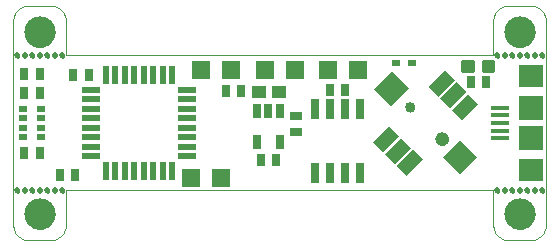
<source format=gts>
G75*
%MOIN*%
%OFA0B0*%
%FSLAX24Y24*%
%IPPOS*%
%LPD*%
%AMOC8*
5,1,8,0,0,1.08239X$1,22.5*
%
%ADD10C,0.0000*%
%ADD11C,0.1040*%
%ADD12C,0.0190*%
%ADD13R,0.0768X0.0473*%
%ADD14R,0.0827X0.0788*%
%ADD15C,0.0335*%
%ADD16C,0.0453*%
%ADD17R,0.0591X0.0178*%
%ADD18R,0.0788X0.0749*%
%ADD19R,0.0788X0.0788*%
%ADD20R,0.0276X0.0650*%
%ADD21R,0.0257X0.0512*%
%ADD22C,0.0130*%
%ADD23R,0.0640X0.0640*%
%ADD24R,0.0316X0.0237*%
%ADD25R,0.0473X0.0434*%
%ADD26R,0.0316X0.0394*%
%ADD27R,0.0394X0.0316*%
%ADD28R,0.0316X0.0217*%
%ADD29R,0.0237X0.0611*%
%ADD30R,0.0611X0.0237*%
D10*
X004943Y002737D02*
X005693Y002737D01*
X005737Y002739D01*
X005780Y002745D01*
X005822Y002754D01*
X005864Y002767D01*
X005904Y002784D01*
X005943Y002804D01*
X005980Y002827D01*
X006014Y002854D01*
X006047Y002883D01*
X006076Y002916D01*
X006103Y002950D01*
X006126Y002987D01*
X006146Y003026D01*
X006163Y003066D01*
X006176Y003108D01*
X006185Y003150D01*
X006191Y003193D01*
X006193Y003237D01*
X006193Y004393D01*
X020443Y004393D01*
X020443Y003237D01*
X020445Y003193D01*
X020451Y003150D01*
X020460Y003108D01*
X020473Y003066D01*
X020490Y003026D01*
X020510Y002987D01*
X020533Y002950D01*
X020560Y002916D01*
X020589Y002883D01*
X020622Y002854D01*
X020656Y002827D01*
X020693Y002804D01*
X020732Y002784D01*
X020772Y002767D01*
X020814Y002754D01*
X020856Y002745D01*
X020899Y002739D01*
X020943Y002737D01*
X021693Y002737D01*
X021737Y002739D01*
X021780Y002745D01*
X021822Y002754D01*
X021864Y002767D01*
X021904Y002784D01*
X021943Y002804D01*
X021980Y002827D01*
X022014Y002854D01*
X022047Y002883D01*
X022076Y002916D01*
X022103Y002950D01*
X022126Y002987D01*
X022146Y003026D01*
X022163Y003066D01*
X022176Y003108D01*
X022185Y003150D01*
X022191Y003193D01*
X022193Y003237D01*
X022193Y010050D01*
X022191Y010094D01*
X022185Y010137D01*
X022176Y010179D01*
X022163Y010221D01*
X022146Y010261D01*
X022126Y010300D01*
X022103Y010337D01*
X022076Y010371D01*
X022047Y010404D01*
X022014Y010433D01*
X021980Y010460D01*
X021943Y010483D01*
X021904Y010503D01*
X021864Y010520D01*
X021822Y010533D01*
X021780Y010542D01*
X021737Y010548D01*
X021693Y010550D01*
X020943Y010550D01*
X020899Y010548D01*
X020856Y010542D01*
X020814Y010533D01*
X020772Y010520D01*
X020732Y010503D01*
X020693Y010483D01*
X020656Y010460D01*
X020622Y010433D01*
X020589Y010404D01*
X020560Y010371D01*
X020533Y010337D01*
X020510Y010300D01*
X020490Y010261D01*
X020473Y010221D01*
X020460Y010179D01*
X020451Y010137D01*
X020445Y010094D01*
X020443Y010050D01*
X020443Y008893D01*
X006193Y008893D01*
X006193Y010050D01*
X006191Y010094D01*
X006185Y010137D01*
X006176Y010179D01*
X006163Y010221D01*
X006146Y010261D01*
X006126Y010300D01*
X006103Y010337D01*
X006076Y010371D01*
X006047Y010404D01*
X006014Y010433D01*
X005980Y010460D01*
X005943Y010483D01*
X005904Y010503D01*
X005864Y010520D01*
X005822Y010533D01*
X005780Y010542D01*
X005737Y010548D01*
X005693Y010550D01*
X004943Y010550D01*
X004899Y010548D01*
X004856Y010542D01*
X004814Y010533D01*
X004772Y010520D01*
X004732Y010503D01*
X004693Y010483D01*
X004656Y010460D01*
X004622Y010433D01*
X004589Y010404D01*
X004560Y010371D01*
X004533Y010337D01*
X004510Y010300D01*
X004490Y010261D01*
X004473Y010221D01*
X004460Y010179D01*
X004451Y010137D01*
X004445Y010094D01*
X004443Y010050D01*
X004443Y003237D01*
X004445Y003193D01*
X004451Y003150D01*
X004460Y003108D01*
X004473Y003066D01*
X004490Y003026D01*
X004510Y002987D01*
X004533Y002950D01*
X004560Y002916D01*
X004589Y002883D01*
X004622Y002854D01*
X004656Y002827D01*
X004693Y002804D01*
X004732Y002784D01*
X004772Y002767D01*
X004814Y002754D01*
X004856Y002745D01*
X004899Y002739D01*
X004943Y002737D01*
X004818Y003612D02*
X004820Y003656D01*
X004826Y003700D01*
X004836Y003743D01*
X004849Y003785D01*
X004866Y003826D01*
X004887Y003865D01*
X004911Y003902D01*
X004938Y003937D01*
X004968Y003969D01*
X005001Y003999D01*
X005037Y004025D01*
X005074Y004049D01*
X005114Y004068D01*
X005155Y004085D01*
X005198Y004097D01*
X005241Y004106D01*
X005285Y004111D01*
X005329Y004112D01*
X005373Y004109D01*
X005417Y004102D01*
X005460Y004091D01*
X005502Y004077D01*
X005542Y004059D01*
X005581Y004037D01*
X005617Y004013D01*
X005651Y003985D01*
X005683Y003954D01*
X005712Y003920D01*
X005738Y003884D01*
X005760Y003846D01*
X005779Y003806D01*
X005794Y003764D01*
X005806Y003722D01*
X005814Y003678D01*
X005818Y003634D01*
X005818Y003590D01*
X005814Y003546D01*
X005806Y003502D01*
X005794Y003460D01*
X005779Y003418D01*
X005760Y003378D01*
X005738Y003340D01*
X005712Y003304D01*
X005683Y003270D01*
X005651Y003239D01*
X005617Y003211D01*
X005581Y003187D01*
X005542Y003165D01*
X005502Y003147D01*
X005460Y003133D01*
X005417Y003122D01*
X005373Y003115D01*
X005329Y003112D01*
X005285Y003113D01*
X005241Y003118D01*
X005198Y003127D01*
X005155Y003139D01*
X005114Y003156D01*
X005074Y003175D01*
X005037Y003199D01*
X005001Y003225D01*
X004968Y003255D01*
X004938Y003287D01*
X004911Y003322D01*
X004887Y003359D01*
X004866Y003398D01*
X004849Y003439D01*
X004836Y003481D01*
X004826Y003524D01*
X004820Y003568D01*
X004818Y003612D01*
X004743Y004393D02*
X004745Y004410D01*
X004750Y004426D01*
X004759Y004440D01*
X004771Y004452D01*
X004785Y004461D01*
X004801Y004466D01*
X004818Y004468D01*
X004835Y004466D01*
X004851Y004461D01*
X004865Y004452D01*
X004877Y004440D01*
X004886Y004426D01*
X004891Y004410D01*
X004893Y004393D01*
X004891Y004376D01*
X004886Y004360D01*
X004877Y004346D01*
X004865Y004334D01*
X004851Y004325D01*
X004835Y004320D01*
X004818Y004318D01*
X004801Y004320D01*
X004785Y004325D01*
X004771Y004334D01*
X004759Y004346D01*
X004750Y004360D01*
X004745Y004376D01*
X004743Y004393D01*
X004493Y004393D02*
X004495Y004410D01*
X004500Y004426D01*
X004509Y004440D01*
X004521Y004452D01*
X004535Y004461D01*
X004551Y004466D01*
X004568Y004468D01*
X004585Y004466D01*
X004601Y004461D01*
X004615Y004452D01*
X004627Y004440D01*
X004636Y004426D01*
X004641Y004410D01*
X004643Y004393D01*
X004641Y004376D01*
X004636Y004360D01*
X004627Y004346D01*
X004615Y004334D01*
X004601Y004325D01*
X004585Y004320D01*
X004568Y004318D01*
X004551Y004320D01*
X004535Y004325D01*
X004521Y004334D01*
X004509Y004346D01*
X004500Y004360D01*
X004495Y004376D01*
X004493Y004393D01*
X004993Y004393D02*
X004995Y004410D01*
X005000Y004426D01*
X005009Y004440D01*
X005021Y004452D01*
X005035Y004461D01*
X005051Y004466D01*
X005068Y004468D01*
X005085Y004466D01*
X005101Y004461D01*
X005115Y004452D01*
X005127Y004440D01*
X005136Y004426D01*
X005141Y004410D01*
X005143Y004393D01*
X005141Y004376D01*
X005136Y004360D01*
X005127Y004346D01*
X005115Y004334D01*
X005101Y004325D01*
X005085Y004320D01*
X005068Y004318D01*
X005051Y004320D01*
X005035Y004325D01*
X005021Y004334D01*
X005009Y004346D01*
X005000Y004360D01*
X004995Y004376D01*
X004993Y004393D01*
X005243Y004393D02*
X005245Y004410D01*
X005250Y004426D01*
X005259Y004440D01*
X005271Y004452D01*
X005285Y004461D01*
X005301Y004466D01*
X005318Y004468D01*
X005335Y004466D01*
X005351Y004461D01*
X005365Y004452D01*
X005377Y004440D01*
X005386Y004426D01*
X005391Y004410D01*
X005393Y004393D01*
X005391Y004376D01*
X005386Y004360D01*
X005377Y004346D01*
X005365Y004334D01*
X005351Y004325D01*
X005335Y004320D01*
X005318Y004318D01*
X005301Y004320D01*
X005285Y004325D01*
X005271Y004334D01*
X005259Y004346D01*
X005250Y004360D01*
X005245Y004376D01*
X005243Y004393D01*
X005493Y004393D02*
X005495Y004410D01*
X005500Y004426D01*
X005509Y004440D01*
X005521Y004452D01*
X005535Y004461D01*
X005551Y004466D01*
X005568Y004468D01*
X005585Y004466D01*
X005601Y004461D01*
X005615Y004452D01*
X005627Y004440D01*
X005636Y004426D01*
X005641Y004410D01*
X005643Y004393D01*
X005641Y004376D01*
X005636Y004360D01*
X005627Y004346D01*
X005615Y004334D01*
X005601Y004325D01*
X005585Y004320D01*
X005568Y004318D01*
X005551Y004320D01*
X005535Y004325D01*
X005521Y004334D01*
X005509Y004346D01*
X005500Y004360D01*
X005495Y004376D01*
X005493Y004393D01*
X005743Y004393D02*
X005745Y004410D01*
X005750Y004426D01*
X005759Y004440D01*
X005771Y004452D01*
X005785Y004461D01*
X005801Y004466D01*
X005818Y004468D01*
X005835Y004466D01*
X005851Y004461D01*
X005865Y004452D01*
X005877Y004440D01*
X005886Y004426D01*
X005891Y004410D01*
X005893Y004393D01*
X005891Y004376D01*
X005886Y004360D01*
X005877Y004346D01*
X005865Y004334D01*
X005851Y004325D01*
X005835Y004320D01*
X005818Y004318D01*
X005801Y004320D01*
X005785Y004325D01*
X005771Y004334D01*
X005759Y004346D01*
X005750Y004360D01*
X005745Y004376D01*
X005743Y004393D01*
X005993Y004393D02*
X005995Y004410D01*
X006000Y004426D01*
X006009Y004440D01*
X006021Y004452D01*
X006035Y004461D01*
X006051Y004466D01*
X006068Y004468D01*
X006085Y004466D01*
X006101Y004461D01*
X006115Y004452D01*
X006127Y004440D01*
X006136Y004426D01*
X006141Y004410D01*
X006143Y004393D01*
X006141Y004376D01*
X006136Y004360D01*
X006127Y004346D01*
X006115Y004334D01*
X006101Y004325D01*
X006085Y004320D01*
X006068Y004318D01*
X006051Y004320D01*
X006035Y004325D01*
X006021Y004334D01*
X006009Y004346D01*
X006000Y004360D01*
X005995Y004376D01*
X005993Y004393D01*
X005993Y008893D02*
X005995Y008910D01*
X006000Y008926D01*
X006009Y008940D01*
X006021Y008952D01*
X006035Y008961D01*
X006051Y008966D01*
X006068Y008968D01*
X006085Y008966D01*
X006101Y008961D01*
X006115Y008952D01*
X006127Y008940D01*
X006136Y008926D01*
X006141Y008910D01*
X006143Y008893D01*
X006141Y008876D01*
X006136Y008860D01*
X006127Y008846D01*
X006115Y008834D01*
X006101Y008825D01*
X006085Y008820D01*
X006068Y008818D01*
X006051Y008820D01*
X006035Y008825D01*
X006021Y008834D01*
X006009Y008846D01*
X006000Y008860D01*
X005995Y008876D01*
X005993Y008893D01*
X005743Y008893D02*
X005745Y008910D01*
X005750Y008926D01*
X005759Y008940D01*
X005771Y008952D01*
X005785Y008961D01*
X005801Y008966D01*
X005818Y008968D01*
X005835Y008966D01*
X005851Y008961D01*
X005865Y008952D01*
X005877Y008940D01*
X005886Y008926D01*
X005891Y008910D01*
X005893Y008893D01*
X005891Y008876D01*
X005886Y008860D01*
X005877Y008846D01*
X005865Y008834D01*
X005851Y008825D01*
X005835Y008820D01*
X005818Y008818D01*
X005801Y008820D01*
X005785Y008825D01*
X005771Y008834D01*
X005759Y008846D01*
X005750Y008860D01*
X005745Y008876D01*
X005743Y008893D01*
X005493Y008893D02*
X005495Y008910D01*
X005500Y008926D01*
X005509Y008940D01*
X005521Y008952D01*
X005535Y008961D01*
X005551Y008966D01*
X005568Y008968D01*
X005585Y008966D01*
X005601Y008961D01*
X005615Y008952D01*
X005627Y008940D01*
X005636Y008926D01*
X005641Y008910D01*
X005643Y008893D01*
X005641Y008876D01*
X005636Y008860D01*
X005627Y008846D01*
X005615Y008834D01*
X005601Y008825D01*
X005585Y008820D01*
X005568Y008818D01*
X005551Y008820D01*
X005535Y008825D01*
X005521Y008834D01*
X005509Y008846D01*
X005500Y008860D01*
X005495Y008876D01*
X005493Y008893D01*
X005243Y008893D02*
X005245Y008910D01*
X005250Y008926D01*
X005259Y008940D01*
X005271Y008952D01*
X005285Y008961D01*
X005301Y008966D01*
X005318Y008968D01*
X005335Y008966D01*
X005351Y008961D01*
X005365Y008952D01*
X005377Y008940D01*
X005386Y008926D01*
X005391Y008910D01*
X005393Y008893D01*
X005391Y008876D01*
X005386Y008860D01*
X005377Y008846D01*
X005365Y008834D01*
X005351Y008825D01*
X005335Y008820D01*
X005318Y008818D01*
X005301Y008820D01*
X005285Y008825D01*
X005271Y008834D01*
X005259Y008846D01*
X005250Y008860D01*
X005245Y008876D01*
X005243Y008893D01*
X004993Y008893D02*
X004995Y008910D01*
X005000Y008926D01*
X005009Y008940D01*
X005021Y008952D01*
X005035Y008961D01*
X005051Y008966D01*
X005068Y008968D01*
X005085Y008966D01*
X005101Y008961D01*
X005115Y008952D01*
X005127Y008940D01*
X005136Y008926D01*
X005141Y008910D01*
X005143Y008893D01*
X005141Y008876D01*
X005136Y008860D01*
X005127Y008846D01*
X005115Y008834D01*
X005101Y008825D01*
X005085Y008820D01*
X005068Y008818D01*
X005051Y008820D01*
X005035Y008825D01*
X005021Y008834D01*
X005009Y008846D01*
X005000Y008860D01*
X004995Y008876D01*
X004993Y008893D01*
X004743Y008893D02*
X004745Y008910D01*
X004750Y008926D01*
X004759Y008940D01*
X004771Y008952D01*
X004785Y008961D01*
X004801Y008966D01*
X004818Y008968D01*
X004835Y008966D01*
X004851Y008961D01*
X004865Y008952D01*
X004877Y008940D01*
X004886Y008926D01*
X004891Y008910D01*
X004893Y008893D01*
X004891Y008876D01*
X004886Y008860D01*
X004877Y008846D01*
X004865Y008834D01*
X004851Y008825D01*
X004835Y008820D01*
X004818Y008818D01*
X004801Y008820D01*
X004785Y008825D01*
X004771Y008834D01*
X004759Y008846D01*
X004750Y008860D01*
X004745Y008876D01*
X004743Y008893D01*
X004493Y008893D02*
X004495Y008910D01*
X004500Y008926D01*
X004509Y008940D01*
X004521Y008952D01*
X004535Y008961D01*
X004551Y008966D01*
X004568Y008968D01*
X004585Y008966D01*
X004601Y008961D01*
X004615Y008952D01*
X004627Y008940D01*
X004636Y008926D01*
X004641Y008910D01*
X004643Y008893D01*
X004641Y008876D01*
X004636Y008860D01*
X004627Y008846D01*
X004615Y008834D01*
X004601Y008825D01*
X004585Y008820D01*
X004568Y008818D01*
X004551Y008820D01*
X004535Y008825D01*
X004521Y008834D01*
X004509Y008846D01*
X004500Y008860D01*
X004495Y008876D01*
X004493Y008893D01*
X004818Y009675D02*
X004820Y009719D01*
X004826Y009763D01*
X004836Y009806D01*
X004849Y009848D01*
X004866Y009889D01*
X004887Y009928D01*
X004911Y009965D01*
X004938Y010000D01*
X004968Y010032D01*
X005001Y010062D01*
X005037Y010088D01*
X005074Y010112D01*
X005114Y010131D01*
X005155Y010148D01*
X005198Y010160D01*
X005241Y010169D01*
X005285Y010174D01*
X005329Y010175D01*
X005373Y010172D01*
X005417Y010165D01*
X005460Y010154D01*
X005502Y010140D01*
X005542Y010122D01*
X005581Y010100D01*
X005617Y010076D01*
X005651Y010048D01*
X005683Y010017D01*
X005712Y009983D01*
X005738Y009947D01*
X005760Y009909D01*
X005779Y009869D01*
X005794Y009827D01*
X005806Y009785D01*
X005814Y009741D01*
X005818Y009697D01*
X005818Y009653D01*
X005814Y009609D01*
X005806Y009565D01*
X005794Y009523D01*
X005779Y009481D01*
X005760Y009441D01*
X005738Y009403D01*
X005712Y009367D01*
X005683Y009333D01*
X005651Y009302D01*
X005617Y009274D01*
X005581Y009250D01*
X005542Y009228D01*
X005502Y009210D01*
X005460Y009196D01*
X005417Y009185D01*
X005373Y009178D01*
X005329Y009175D01*
X005285Y009176D01*
X005241Y009181D01*
X005198Y009190D01*
X005155Y009202D01*
X005114Y009219D01*
X005074Y009238D01*
X005037Y009262D01*
X005001Y009288D01*
X004968Y009318D01*
X004938Y009350D01*
X004911Y009385D01*
X004887Y009422D01*
X004866Y009461D01*
X004849Y009502D01*
X004836Y009544D01*
X004826Y009587D01*
X004820Y009631D01*
X004818Y009675D01*
X017516Y007172D02*
X017518Y007196D01*
X017524Y007219D01*
X017533Y007241D01*
X017546Y007261D01*
X017561Y007279D01*
X017580Y007294D01*
X017601Y007306D01*
X017623Y007314D01*
X017646Y007319D01*
X017670Y007320D01*
X017694Y007317D01*
X017716Y007310D01*
X017738Y007300D01*
X017758Y007287D01*
X017775Y007270D01*
X017789Y007251D01*
X017800Y007230D01*
X017808Y007207D01*
X017812Y007184D01*
X017812Y007160D01*
X017808Y007137D01*
X017800Y007114D01*
X017789Y007093D01*
X017775Y007074D01*
X017758Y007057D01*
X017738Y007044D01*
X017716Y007034D01*
X017694Y007027D01*
X017670Y007024D01*
X017646Y007025D01*
X017623Y007030D01*
X017601Y007038D01*
X017580Y007050D01*
X017561Y007065D01*
X017546Y007083D01*
X017533Y007103D01*
X017524Y007125D01*
X017518Y007148D01*
X017516Y007172D01*
X018515Y006114D02*
X018517Y006142D01*
X018523Y006170D01*
X018532Y006196D01*
X018545Y006222D01*
X018561Y006245D01*
X018581Y006265D01*
X018603Y006283D01*
X018627Y006298D01*
X018653Y006309D01*
X018680Y006317D01*
X018708Y006321D01*
X018736Y006321D01*
X018764Y006317D01*
X018791Y006309D01*
X018817Y006298D01*
X018841Y006283D01*
X018863Y006265D01*
X018883Y006245D01*
X018899Y006222D01*
X018912Y006196D01*
X018921Y006170D01*
X018927Y006142D01*
X018929Y006114D01*
X018927Y006086D01*
X018921Y006058D01*
X018912Y006032D01*
X018899Y006006D01*
X018883Y005983D01*
X018863Y005963D01*
X018841Y005945D01*
X018817Y005930D01*
X018791Y005919D01*
X018764Y005911D01*
X018736Y005907D01*
X018708Y005907D01*
X018680Y005911D01*
X018653Y005919D01*
X018627Y005930D01*
X018603Y005945D01*
X018581Y005963D01*
X018561Y005983D01*
X018545Y006006D01*
X018532Y006032D01*
X018523Y006058D01*
X018517Y006086D01*
X018515Y006114D01*
X020493Y004393D02*
X020495Y004410D01*
X020500Y004426D01*
X020509Y004440D01*
X020521Y004452D01*
X020535Y004461D01*
X020551Y004466D01*
X020568Y004468D01*
X020585Y004466D01*
X020601Y004461D01*
X020615Y004452D01*
X020627Y004440D01*
X020636Y004426D01*
X020641Y004410D01*
X020643Y004393D01*
X020641Y004376D01*
X020636Y004360D01*
X020627Y004346D01*
X020615Y004334D01*
X020601Y004325D01*
X020585Y004320D01*
X020568Y004318D01*
X020551Y004320D01*
X020535Y004325D01*
X020521Y004334D01*
X020509Y004346D01*
X020500Y004360D01*
X020495Y004376D01*
X020493Y004393D01*
X020743Y004393D02*
X020745Y004410D01*
X020750Y004426D01*
X020759Y004440D01*
X020771Y004452D01*
X020785Y004461D01*
X020801Y004466D01*
X020818Y004468D01*
X020835Y004466D01*
X020851Y004461D01*
X020865Y004452D01*
X020877Y004440D01*
X020886Y004426D01*
X020891Y004410D01*
X020893Y004393D01*
X020891Y004376D01*
X020886Y004360D01*
X020877Y004346D01*
X020865Y004334D01*
X020851Y004325D01*
X020835Y004320D01*
X020818Y004318D01*
X020801Y004320D01*
X020785Y004325D01*
X020771Y004334D01*
X020759Y004346D01*
X020750Y004360D01*
X020745Y004376D01*
X020743Y004393D01*
X020993Y004393D02*
X020995Y004410D01*
X021000Y004426D01*
X021009Y004440D01*
X021021Y004452D01*
X021035Y004461D01*
X021051Y004466D01*
X021068Y004468D01*
X021085Y004466D01*
X021101Y004461D01*
X021115Y004452D01*
X021127Y004440D01*
X021136Y004426D01*
X021141Y004410D01*
X021143Y004393D01*
X021141Y004376D01*
X021136Y004360D01*
X021127Y004346D01*
X021115Y004334D01*
X021101Y004325D01*
X021085Y004320D01*
X021068Y004318D01*
X021051Y004320D01*
X021035Y004325D01*
X021021Y004334D01*
X021009Y004346D01*
X021000Y004360D01*
X020995Y004376D01*
X020993Y004393D01*
X021243Y004393D02*
X021245Y004410D01*
X021250Y004426D01*
X021259Y004440D01*
X021271Y004452D01*
X021285Y004461D01*
X021301Y004466D01*
X021318Y004468D01*
X021335Y004466D01*
X021351Y004461D01*
X021365Y004452D01*
X021377Y004440D01*
X021386Y004426D01*
X021391Y004410D01*
X021393Y004393D01*
X021391Y004376D01*
X021386Y004360D01*
X021377Y004346D01*
X021365Y004334D01*
X021351Y004325D01*
X021335Y004320D01*
X021318Y004318D01*
X021301Y004320D01*
X021285Y004325D01*
X021271Y004334D01*
X021259Y004346D01*
X021250Y004360D01*
X021245Y004376D01*
X021243Y004393D01*
X021493Y004393D02*
X021495Y004410D01*
X021500Y004426D01*
X021509Y004440D01*
X021521Y004452D01*
X021535Y004461D01*
X021551Y004466D01*
X021568Y004468D01*
X021585Y004466D01*
X021601Y004461D01*
X021615Y004452D01*
X021627Y004440D01*
X021636Y004426D01*
X021641Y004410D01*
X021643Y004393D01*
X021641Y004376D01*
X021636Y004360D01*
X021627Y004346D01*
X021615Y004334D01*
X021601Y004325D01*
X021585Y004320D01*
X021568Y004318D01*
X021551Y004320D01*
X021535Y004325D01*
X021521Y004334D01*
X021509Y004346D01*
X021500Y004360D01*
X021495Y004376D01*
X021493Y004393D01*
X021743Y004393D02*
X021745Y004410D01*
X021750Y004426D01*
X021759Y004440D01*
X021771Y004452D01*
X021785Y004461D01*
X021801Y004466D01*
X021818Y004468D01*
X021835Y004466D01*
X021851Y004461D01*
X021865Y004452D01*
X021877Y004440D01*
X021886Y004426D01*
X021891Y004410D01*
X021893Y004393D01*
X021891Y004376D01*
X021886Y004360D01*
X021877Y004346D01*
X021865Y004334D01*
X021851Y004325D01*
X021835Y004320D01*
X021818Y004318D01*
X021801Y004320D01*
X021785Y004325D01*
X021771Y004334D01*
X021759Y004346D01*
X021750Y004360D01*
X021745Y004376D01*
X021743Y004393D01*
X021993Y004393D02*
X021995Y004410D01*
X022000Y004426D01*
X022009Y004440D01*
X022021Y004452D01*
X022035Y004461D01*
X022051Y004466D01*
X022068Y004468D01*
X022085Y004466D01*
X022101Y004461D01*
X022115Y004452D01*
X022127Y004440D01*
X022136Y004426D01*
X022141Y004410D01*
X022143Y004393D01*
X022141Y004376D01*
X022136Y004360D01*
X022127Y004346D01*
X022115Y004334D01*
X022101Y004325D01*
X022085Y004320D01*
X022068Y004318D01*
X022051Y004320D01*
X022035Y004325D01*
X022021Y004334D01*
X022009Y004346D01*
X022000Y004360D01*
X021995Y004376D01*
X021993Y004393D01*
X020818Y003612D02*
X020820Y003656D01*
X020826Y003700D01*
X020836Y003743D01*
X020849Y003785D01*
X020866Y003826D01*
X020887Y003865D01*
X020911Y003902D01*
X020938Y003937D01*
X020968Y003969D01*
X021001Y003999D01*
X021037Y004025D01*
X021074Y004049D01*
X021114Y004068D01*
X021155Y004085D01*
X021198Y004097D01*
X021241Y004106D01*
X021285Y004111D01*
X021329Y004112D01*
X021373Y004109D01*
X021417Y004102D01*
X021460Y004091D01*
X021502Y004077D01*
X021542Y004059D01*
X021581Y004037D01*
X021617Y004013D01*
X021651Y003985D01*
X021683Y003954D01*
X021712Y003920D01*
X021738Y003884D01*
X021760Y003846D01*
X021779Y003806D01*
X021794Y003764D01*
X021806Y003722D01*
X021814Y003678D01*
X021818Y003634D01*
X021818Y003590D01*
X021814Y003546D01*
X021806Y003502D01*
X021794Y003460D01*
X021779Y003418D01*
X021760Y003378D01*
X021738Y003340D01*
X021712Y003304D01*
X021683Y003270D01*
X021651Y003239D01*
X021617Y003211D01*
X021581Y003187D01*
X021542Y003165D01*
X021502Y003147D01*
X021460Y003133D01*
X021417Y003122D01*
X021373Y003115D01*
X021329Y003112D01*
X021285Y003113D01*
X021241Y003118D01*
X021198Y003127D01*
X021155Y003139D01*
X021114Y003156D01*
X021074Y003175D01*
X021037Y003199D01*
X021001Y003225D01*
X020968Y003255D01*
X020938Y003287D01*
X020911Y003322D01*
X020887Y003359D01*
X020866Y003398D01*
X020849Y003439D01*
X020836Y003481D01*
X020826Y003524D01*
X020820Y003568D01*
X020818Y003612D01*
X020743Y008893D02*
X020745Y008910D01*
X020750Y008926D01*
X020759Y008940D01*
X020771Y008952D01*
X020785Y008961D01*
X020801Y008966D01*
X020818Y008968D01*
X020835Y008966D01*
X020851Y008961D01*
X020865Y008952D01*
X020877Y008940D01*
X020886Y008926D01*
X020891Y008910D01*
X020893Y008893D01*
X020891Y008876D01*
X020886Y008860D01*
X020877Y008846D01*
X020865Y008834D01*
X020851Y008825D01*
X020835Y008820D01*
X020818Y008818D01*
X020801Y008820D01*
X020785Y008825D01*
X020771Y008834D01*
X020759Y008846D01*
X020750Y008860D01*
X020745Y008876D01*
X020743Y008893D01*
X020493Y008893D02*
X020495Y008910D01*
X020500Y008926D01*
X020509Y008940D01*
X020521Y008952D01*
X020535Y008961D01*
X020551Y008966D01*
X020568Y008968D01*
X020585Y008966D01*
X020601Y008961D01*
X020615Y008952D01*
X020627Y008940D01*
X020636Y008926D01*
X020641Y008910D01*
X020643Y008893D01*
X020641Y008876D01*
X020636Y008860D01*
X020627Y008846D01*
X020615Y008834D01*
X020601Y008825D01*
X020585Y008820D01*
X020568Y008818D01*
X020551Y008820D01*
X020535Y008825D01*
X020521Y008834D01*
X020509Y008846D01*
X020500Y008860D01*
X020495Y008876D01*
X020493Y008893D01*
X020993Y008893D02*
X020995Y008910D01*
X021000Y008926D01*
X021009Y008940D01*
X021021Y008952D01*
X021035Y008961D01*
X021051Y008966D01*
X021068Y008968D01*
X021085Y008966D01*
X021101Y008961D01*
X021115Y008952D01*
X021127Y008940D01*
X021136Y008926D01*
X021141Y008910D01*
X021143Y008893D01*
X021141Y008876D01*
X021136Y008860D01*
X021127Y008846D01*
X021115Y008834D01*
X021101Y008825D01*
X021085Y008820D01*
X021068Y008818D01*
X021051Y008820D01*
X021035Y008825D01*
X021021Y008834D01*
X021009Y008846D01*
X021000Y008860D01*
X020995Y008876D01*
X020993Y008893D01*
X021243Y008893D02*
X021245Y008910D01*
X021250Y008926D01*
X021259Y008940D01*
X021271Y008952D01*
X021285Y008961D01*
X021301Y008966D01*
X021318Y008968D01*
X021335Y008966D01*
X021351Y008961D01*
X021365Y008952D01*
X021377Y008940D01*
X021386Y008926D01*
X021391Y008910D01*
X021393Y008893D01*
X021391Y008876D01*
X021386Y008860D01*
X021377Y008846D01*
X021365Y008834D01*
X021351Y008825D01*
X021335Y008820D01*
X021318Y008818D01*
X021301Y008820D01*
X021285Y008825D01*
X021271Y008834D01*
X021259Y008846D01*
X021250Y008860D01*
X021245Y008876D01*
X021243Y008893D01*
X021493Y008893D02*
X021495Y008910D01*
X021500Y008926D01*
X021509Y008940D01*
X021521Y008952D01*
X021535Y008961D01*
X021551Y008966D01*
X021568Y008968D01*
X021585Y008966D01*
X021601Y008961D01*
X021615Y008952D01*
X021627Y008940D01*
X021636Y008926D01*
X021641Y008910D01*
X021643Y008893D01*
X021641Y008876D01*
X021636Y008860D01*
X021627Y008846D01*
X021615Y008834D01*
X021601Y008825D01*
X021585Y008820D01*
X021568Y008818D01*
X021551Y008820D01*
X021535Y008825D01*
X021521Y008834D01*
X021509Y008846D01*
X021500Y008860D01*
X021495Y008876D01*
X021493Y008893D01*
X021743Y008893D02*
X021745Y008910D01*
X021750Y008926D01*
X021759Y008940D01*
X021771Y008952D01*
X021785Y008961D01*
X021801Y008966D01*
X021818Y008968D01*
X021835Y008966D01*
X021851Y008961D01*
X021865Y008952D01*
X021877Y008940D01*
X021886Y008926D01*
X021891Y008910D01*
X021893Y008893D01*
X021891Y008876D01*
X021886Y008860D01*
X021877Y008846D01*
X021865Y008834D01*
X021851Y008825D01*
X021835Y008820D01*
X021818Y008818D01*
X021801Y008820D01*
X021785Y008825D01*
X021771Y008834D01*
X021759Y008846D01*
X021750Y008860D01*
X021745Y008876D01*
X021743Y008893D01*
X021993Y008893D02*
X021995Y008910D01*
X022000Y008926D01*
X022009Y008940D01*
X022021Y008952D01*
X022035Y008961D01*
X022051Y008966D01*
X022068Y008968D01*
X022085Y008966D01*
X022101Y008961D01*
X022115Y008952D01*
X022127Y008940D01*
X022136Y008926D01*
X022141Y008910D01*
X022143Y008893D01*
X022141Y008876D01*
X022136Y008860D01*
X022127Y008846D01*
X022115Y008834D01*
X022101Y008825D01*
X022085Y008820D01*
X022068Y008818D01*
X022051Y008820D01*
X022035Y008825D01*
X022021Y008834D01*
X022009Y008846D01*
X022000Y008860D01*
X021995Y008876D01*
X021993Y008893D01*
X020818Y009675D02*
X020820Y009719D01*
X020826Y009763D01*
X020836Y009806D01*
X020849Y009848D01*
X020866Y009889D01*
X020887Y009928D01*
X020911Y009965D01*
X020938Y010000D01*
X020968Y010032D01*
X021001Y010062D01*
X021037Y010088D01*
X021074Y010112D01*
X021114Y010131D01*
X021155Y010148D01*
X021198Y010160D01*
X021241Y010169D01*
X021285Y010174D01*
X021329Y010175D01*
X021373Y010172D01*
X021417Y010165D01*
X021460Y010154D01*
X021502Y010140D01*
X021542Y010122D01*
X021581Y010100D01*
X021617Y010076D01*
X021651Y010048D01*
X021683Y010017D01*
X021712Y009983D01*
X021738Y009947D01*
X021760Y009909D01*
X021779Y009869D01*
X021794Y009827D01*
X021806Y009785D01*
X021814Y009741D01*
X021818Y009697D01*
X021818Y009653D01*
X021814Y009609D01*
X021806Y009565D01*
X021794Y009523D01*
X021779Y009481D01*
X021760Y009441D01*
X021738Y009403D01*
X021712Y009367D01*
X021683Y009333D01*
X021651Y009302D01*
X021617Y009274D01*
X021581Y009250D01*
X021542Y009228D01*
X021502Y009210D01*
X021460Y009196D01*
X021417Y009185D01*
X021373Y009178D01*
X021329Y009175D01*
X021285Y009176D01*
X021241Y009181D01*
X021198Y009190D01*
X021155Y009202D01*
X021114Y009219D01*
X021074Y009238D01*
X021037Y009262D01*
X021001Y009288D01*
X020968Y009318D01*
X020938Y009350D01*
X020911Y009385D01*
X020887Y009422D01*
X020866Y009461D01*
X020849Y009502D01*
X020836Y009544D01*
X020826Y009587D01*
X020820Y009631D01*
X020818Y009675D01*
D11*
X021318Y009675D03*
X021318Y003612D03*
X005318Y003612D03*
X005318Y009675D03*
D12*
X005318Y008893D03*
X005568Y008893D03*
X005818Y008893D03*
X006068Y008893D03*
X005068Y008893D03*
X004818Y008893D03*
X004568Y008893D03*
X004568Y004393D03*
X004818Y004393D03*
X005068Y004393D03*
X005318Y004393D03*
X005568Y004393D03*
X005818Y004393D03*
X006068Y004393D03*
X020568Y004393D03*
X020818Y004393D03*
X021068Y004393D03*
X021318Y004393D03*
X021568Y004393D03*
X021818Y004393D03*
X022068Y004393D03*
X022068Y008893D03*
X021818Y008893D03*
X021568Y008893D03*
X021318Y008893D03*
X021068Y008893D03*
X020818Y008893D03*
X020568Y008893D03*
D13*
G36*
X019167Y008063D02*
X018625Y007521D01*
X018291Y007855D01*
X018833Y008397D01*
X019167Y008063D01*
G37*
G36*
X019556Y007673D02*
X019014Y007131D01*
X018680Y007465D01*
X019222Y008007D01*
X019556Y007673D01*
G37*
G36*
X019946Y007283D02*
X019404Y006741D01*
X019070Y007075D01*
X019612Y007617D01*
X019946Y007283D01*
G37*
G36*
X017705Y005822D02*
X017163Y005280D01*
X016829Y005614D01*
X017371Y006156D01*
X017705Y005822D01*
G37*
G36*
X018095Y005432D02*
X017553Y004890D01*
X017219Y005224D01*
X017761Y005766D01*
X018095Y005432D01*
G37*
G36*
X017315Y006211D02*
X016773Y005669D01*
X016439Y006003D01*
X016981Y006545D01*
X017315Y006211D01*
G37*
D14*
G36*
X019904Y005515D02*
X019321Y004932D01*
X018764Y005489D01*
X019347Y006072D01*
X019904Y005515D01*
G37*
G36*
X017621Y007798D02*
X017038Y007215D01*
X016481Y007772D01*
X017064Y008355D01*
X017621Y007798D01*
G37*
D15*
X017664Y007172D03*
D16*
X018722Y006114D03*
D17*
X020650Y006131D03*
X020650Y006387D03*
X020650Y006643D03*
X020650Y006899D03*
X020650Y007155D03*
D18*
X021693Y008218D03*
X021693Y005069D03*
D19*
X021693Y006143D03*
X021693Y007143D03*
D20*
X016005Y007109D03*
X015505Y007109D03*
X015005Y007109D03*
X014505Y007109D03*
X014505Y004983D03*
X015005Y004983D03*
X015505Y004983D03*
X016005Y004983D03*
D21*
X013317Y006006D03*
X012569Y006006D03*
X012569Y007030D03*
X012943Y007030D03*
X013317Y007030D03*
D22*
X019446Y008366D02*
X019446Y008670D01*
X019750Y008670D01*
X019750Y008366D01*
X019446Y008366D01*
X019446Y008495D02*
X019750Y008495D01*
X019750Y008624D02*
X019446Y008624D01*
X020136Y008670D02*
X020136Y008366D01*
X020136Y008670D02*
X020440Y008670D01*
X020440Y008366D01*
X020136Y008366D01*
X020136Y008495D02*
X020440Y008495D01*
X020440Y008624D02*
X020136Y008624D01*
D23*
X015943Y008393D03*
X014943Y008393D03*
X013818Y008393D03*
X012818Y008393D03*
X011693Y008393D03*
X010693Y008393D03*
X010349Y004800D03*
X011349Y004800D03*
D24*
X017207Y008643D03*
X017718Y008643D03*
D25*
X013309Y007675D03*
X012639Y007675D03*
D26*
X012043Y007706D03*
X011531Y007706D03*
X014999Y007737D03*
X015511Y007737D03*
X019687Y008018D03*
X020199Y008018D03*
X013199Y005393D03*
X012687Y005393D03*
X006949Y008237D03*
X006437Y008237D03*
X005324Y008268D03*
X004812Y008268D03*
X004812Y007643D03*
X005324Y007643D03*
X005324Y005643D03*
X004812Y005643D03*
X005999Y004893D03*
X006511Y004893D03*
D27*
X013880Y006356D03*
X013880Y006868D03*
D28*
X005373Y006801D03*
X005373Y006486D03*
X005373Y006171D03*
X004763Y006171D03*
X004763Y006486D03*
X004763Y006801D03*
X004763Y007116D03*
X005373Y007116D03*
D29*
X007528Y008257D03*
X007843Y008257D03*
X008158Y008257D03*
X008473Y008257D03*
X008788Y008257D03*
X009103Y008257D03*
X009418Y008257D03*
X009733Y008257D03*
X009733Y005029D03*
X009418Y005029D03*
X009103Y005029D03*
X008788Y005029D03*
X008473Y005029D03*
X008158Y005029D03*
X007843Y005029D03*
X007528Y005029D03*
D30*
X007016Y005541D03*
X007016Y005856D03*
X007016Y006171D03*
X007016Y006486D03*
X007016Y006801D03*
X007016Y007116D03*
X007016Y007431D03*
X007016Y007746D03*
X010245Y007746D03*
X010245Y007431D03*
X010245Y007116D03*
X010245Y006801D03*
X010245Y006486D03*
X010245Y006171D03*
X010245Y005856D03*
X010245Y005541D03*
M02*

</source>
